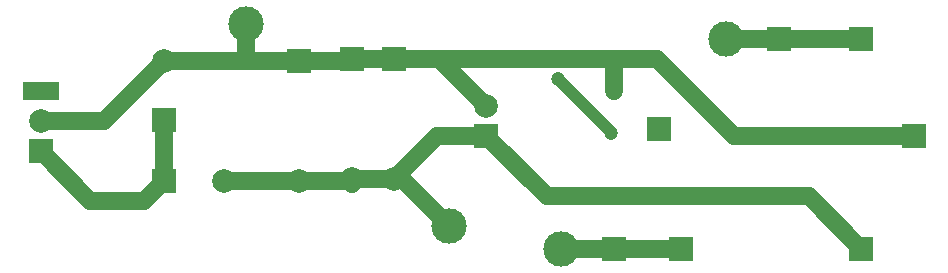
<source format=gbr>
%TF.GenerationSoftware,KiCad,Pcbnew,(5.1.10)-1*%
%TF.CreationDate,2021-05-26T08:23:36+03:00*%
%TF.ProjectId,SGX-CH4-sensor,5347582d-4348-4342-9d73-656e736f722e,rev?*%
%TF.SameCoordinates,Original*%
%TF.FileFunction,Copper,L2,Bot*%
%TF.FilePolarity,Positive*%
%FSLAX46Y46*%
G04 Gerber Fmt 4.6, Leading zero omitted, Abs format (unit mm)*
G04 Created by KiCad (PCBNEW (5.1.10)-1) date 2021-05-26 08:23:36*
%MOMM*%
%LPD*%
G01*
G04 APERTURE LIST*
%TA.AperFunction,ComponentPad*%
%ADD10C,2.000000*%
%TD*%
%TA.AperFunction,ComponentPad*%
%ADD11R,2.000000X2.000000*%
%TD*%
%TA.AperFunction,SMDPad,CuDef*%
%ADD12C,3.000000*%
%TD*%
%TA.AperFunction,ComponentPad*%
%ADD13C,0.100000*%
%TD*%
%TA.AperFunction,ViaPad*%
%ADD14C,1.200000*%
%TD*%
%TA.AperFunction,Conductor*%
%ADD15C,1.500000*%
%TD*%
%TA.AperFunction,Conductor*%
%ADD16C,0.500000*%
%TD*%
%TA.AperFunction,Conductor*%
%ADD17C,1.000000*%
%TD*%
G04 APERTURE END LIST*
D10*
%TO.P,C1,1*%
%TO.N,Net-(C1-Pad1)*%
X73660000Y-100330000D03*
D11*
%TO.P,C1,2*%
%TO.N,GND*%
X73660000Y-105330000D03*
%TD*%
D10*
%TO.P,C2,1*%
%TO.N,Net-(C1-Pad1)*%
X100965000Y-104140000D03*
D11*
%TO.P,C2,2*%
%TO.N,Net-(C2-Pad2)*%
X100965000Y-106640000D03*
%TD*%
%TO.P,D1,1*%
%TO.N,Net-(C1-Pad1)*%
X93144999Y-100135001D03*
D10*
%TO.P,D1,2*%
%TO.N,Net-(C2-Pad2)*%
X93144999Y-110295001D03*
%TD*%
%TO.P,D2,2*%
%TO.N,Net-(C2-Pad2)*%
X85090000Y-110490000D03*
D11*
%TO.P,D2,1*%
%TO.N,Net-(C1-Pad1)*%
X85090000Y-100330000D03*
%TD*%
%TO.P,D3,1*%
%TO.N,Net-(C1-Pad1)*%
X89594999Y-100135001D03*
D10*
%TO.P,D3,2*%
%TO.N,Net-(C2-Pad2)*%
X89594999Y-110295001D03*
%TD*%
%TO.P,F1,1*%
%TO.N,Net-(C2-Pad2)*%
X78740000Y-110490000D03*
D11*
%TO.P,F1,2*%
%TO.N,GND*%
X73660000Y-110490000D03*
%TD*%
%TO.P,J2,1*%
%TO.N,Net-(J2-Pad1)*%
X125730000Y-98425000D03*
%TD*%
%TO.P,J3,1*%
%TO.N,Net-(J3-Pad1)*%
X117475000Y-116205000D03*
%TD*%
%TO.P,J4,1*%
%TO.N,Net-(J4-Pad1)*%
X115570000Y-106045000D03*
%TD*%
%TO.P,J5,1*%
%TO.N,Net-(C2-Pad2)*%
X132715000Y-116205000D03*
%TD*%
%TO.P,J6,1*%
%TO.N,Net-(C1-Pad1)*%
X137160000Y-106680000D03*
%TD*%
%TO.P,J8,1*%
%TO.N,Net-(J2-Pad1)*%
X132715000Y-98425000D03*
%TD*%
%TO.P,J9,1*%
%TO.N,Net-(J3-Pad1)*%
X111760000Y-116205000D03*
%TD*%
D12*
%TO.P,TP1,1*%
%TO.N,Net-(C1-Pad1)*%
X80645000Y-97155000D03*
%TD*%
%TO.P,TP4,1*%
%TO.N,Net-(C2-Pad2)*%
X97790000Y-114300000D03*
%TD*%
%TO.P,TP5,1*%
%TO.N,Net-(J2-Pad1)*%
X121285000Y-98425000D03*
%TD*%
%TO.P,TP6,1*%
%TO.N,Net-(J3-Pad1)*%
X107315000Y-116205000D03*
%TD*%
%TA.AperFunction,ComponentPad*%
D13*
%TO.P,J1,1*%
%TO.N,Net-(J1-Pad1)*%
G36*
X61746000Y-103620000D02*
G01*
X61746000Y-102120000D01*
X64746000Y-102120000D01*
X64746000Y-103620000D01*
X61746000Y-103620000D01*
G37*
%TD.AperFunction*%
D10*
%TO.P,J1,2*%
%TO.N,Net-(C1-Pad1)*%
X63246000Y-105410000D03*
D11*
%TO.P,J1,3*%
%TO.N,GND*%
X63246000Y-107950000D03*
%TD*%
D14*
%TO.N,Net-(C1-Pad1)*%
X111760000Y-102870000D03*
%TO.N,Net-(J1-Pad1)*%
X111506000Y-106426000D03*
X107061000Y-101854000D03*
%TD*%
D15*
%TO.N,Net-(C1-Pad1)*%
X85090000Y-100330000D02*
X89400000Y-100330000D01*
X89594999Y-100135001D02*
X93144999Y-100135001D01*
X93144999Y-100135001D02*
X96960001Y-100135001D01*
X80645000Y-100330000D02*
X80645000Y-97155000D01*
X80645000Y-100330000D02*
X85090000Y-100330000D01*
X73660000Y-100330000D02*
X80645000Y-100330000D01*
X96960001Y-100135001D02*
X100965000Y-104140000D01*
X121920000Y-106680000D02*
X115375001Y-100135001D01*
X137160000Y-106680000D02*
X121920000Y-106680000D01*
X115375001Y-100135001D02*
X111954999Y-100135001D01*
D16*
X111954999Y-102675001D02*
X111760000Y-102870000D01*
D15*
X111954999Y-100135001D02*
X96960001Y-100135001D01*
X68580000Y-105410000D02*
X63246000Y-105410000D01*
X73660000Y-100330000D02*
X68580000Y-105410000D01*
X111760000Y-100330000D02*
X111954999Y-100135001D01*
X111760000Y-102870000D02*
X111760000Y-100330000D01*
%TO.N,GND*%
X73660000Y-110490000D02*
X73660000Y-105330000D01*
X67437000Y-112141000D02*
X72009000Y-112141000D01*
X72009000Y-112141000D02*
X73660000Y-110490000D01*
X63246000Y-107950000D02*
X67437000Y-112141000D01*
%TO.N,Net-(C2-Pad2)*%
X78740000Y-110490000D02*
X85090000Y-110490000D01*
X89400000Y-110490000D02*
X89594999Y-110684999D01*
X85090000Y-110490000D02*
X89400000Y-110490000D01*
X89594999Y-110295001D02*
X93144999Y-110295001D01*
X93785001Y-110295001D02*
X97790000Y-114300000D01*
X93144999Y-110295001D02*
X93785001Y-110295001D01*
X96800000Y-106640000D02*
X93144999Y-110295001D01*
X100965000Y-106640000D02*
X96800000Y-106640000D01*
X128270000Y-111760000D02*
X132715000Y-116205000D01*
X106085000Y-111760000D02*
X128270000Y-111760000D01*
X100965000Y-106640000D02*
X106085000Y-111760000D01*
D17*
%TO.N,Net-(J1-Pad1)*%
X111506000Y-106299000D02*
X107061000Y-101854000D01*
X111506000Y-106426000D02*
X111506000Y-106299000D01*
D15*
%TO.N,Net-(J2-Pad1)*%
X121285000Y-98425000D02*
X125095000Y-98425000D01*
X125095000Y-98425000D02*
X125730000Y-98425000D01*
X125730000Y-98425000D02*
X132715000Y-98425000D01*
%TO.N,Net-(J3-Pad1)*%
X107315000Y-116205000D02*
X111760000Y-116205000D01*
X111760000Y-116205000D02*
X117475000Y-116205000D01*
%TD*%
M02*

</source>
